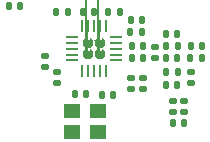
<source format=gbr>
%TF.GenerationSoftware,KiCad,Pcbnew,6.0.11-2627ca5db0~126~ubuntu22.04.1*%
%TF.CreationDate,2023-08-29T09:14:04+02:00*%
%TF.ProjectId,CC1101_868MHz_RF_Modul_FUEL4EP,43433131-3031-45f3-9836-384d487a5f52,1.2*%
%TF.SameCoordinates,Original*%
%TF.FileFunction,Paste,Top*%
%TF.FilePolarity,Positive*%
%FSLAX46Y46*%
G04 Gerber Fmt 4.6, Leading zero omitted, Abs format (unit mm)*
G04 Created by KiCad (PCBNEW 6.0.11-2627ca5db0~126~ubuntu22.04.1) date 2023-08-29 09:14:04*
%MOMM*%
%LPD*%
G01*
G04 APERTURE LIST*
G04 Aperture macros list*
%AMRoundRect*
0 Rectangle with rounded corners*
0 $1 Rounding radius*
0 $2 $3 $4 $5 $6 $7 $8 $9 X,Y pos of 4 corners*
0 Add a 4 corners polygon primitive as box body*
4,1,4,$2,$3,$4,$5,$6,$7,$8,$9,$2,$3,0*
0 Add four circle primitives for the rounded corners*
1,1,$1+$1,$2,$3*
1,1,$1+$1,$4,$5*
1,1,$1+$1,$6,$7*
1,1,$1+$1,$8,$9*
0 Add four rect primitives between the rounded corners*
20,1,$1+$1,$2,$3,$4,$5,0*
20,1,$1+$1,$4,$5,$6,$7,0*
20,1,$1+$1,$6,$7,$8,$9,0*
20,1,$1+$1,$8,$9,$2,$3,0*%
%AMFreePoly0*
4,1,57,0.212378,0.420986,0.217091,0.421320,0.219625,0.419936,0.226195,0.418983,0.252737,0.401845,0.280456,0.386701,0.386701,0.280456,0.400367,0.262155,0.403938,0.259056,0.404751,0.256283,0.408722,0.250966,0.415371,0.220084,0.424264,0.189771,0.424264,-0.189771,0.420986,-0.212378,0.421320,-0.217092,0.419935,-0.219626,0.418983,-0.226195,0.401847,-0.252734,0.386701,-0.280456,
0.280456,-0.386701,0.262155,-0.400367,0.259056,-0.403938,0.256283,-0.404751,0.250966,-0.408722,0.220084,-0.415371,0.189771,-0.424264,-0.189771,-0.424264,-0.212378,-0.420986,-0.217092,-0.421320,-0.219626,-0.419935,-0.226195,-0.418983,-0.252734,-0.401847,-0.280456,-0.386701,-0.386701,-0.280456,-0.400367,-0.262155,-0.403938,-0.259056,-0.404751,-0.256283,-0.408722,-0.250966,-0.415371,-0.220084,
-0.424264,-0.189771,-0.424264,0.189771,-0.420986,0.212378,-0.421320,0.217091,-0.419936,0.219625,-0.418983,0.226195,-0.401845,0.252737,-0.386701,0.280456,-0.280456,0.386701,-0.262155,0.400367,-0.259056,0.403938,-0.256283,0.404751,-0.250966,0.408722,-0.220084,0.415371,-0.189771,0.424264,0.189771,0.424264,0.212378,0.420986,0.212378,0.420986,$1*%
G04 Aperture macros list end*
%ADD10RoundRect,0.147500X-0.147500X-0.172500X0.147500X-0.172500X0.147500X0.172500X-0.147500X0.172500X0*%
%ADD11RoundRect,0.140000X0.140000X0.170000X-0.140000X0.170000X-0.140000X-0.170000X0.140000X-0.170000X0*%
%ADD12RoundRect,0.140000X-0.140000X-0.170000X0.140000X-0.170000X0.140000X0.170000X-0.140000X0.170000X0*%
%ADD13RoundRect,0.147500X-0.172500X0.147500X-0.172500X-0.147500X0.172500X-0.147500X0.172500X0.147500X0*%
%ADD14RoundRect,0.140000X0.170000X-0.140000X0.170000X0.140000X-0.170000X0.140000X-0.170000X-0.140000X0*%
%ADD15RoundRect,0.140000X-0.170000X0.140000X-0.170000X-0.140000X0.170000X-0.140000X0.170000X0.140000X0*%
%ADD16RoundRect,0.135000X0.135000X0.185000X-0.135000X0.185000X-0.135000X-0.185000X0.135000X-0.185000X0*%
%ADD17R,1.400000X1.200000*%
%ADD18FreePoly0,0.000000*%
%ADD19RoundRect,0.062500X-0.425000X-0.062500X0.425000X-0.062500X0.425000X0.062500X-0.425000X0.062500X0*%
%ADD20RoundRect,0.062500X-0.062500X-0.425000X0.062500X-0.425000X0.062500X0.425000X-0.062500X0.425000X0*%
G04 APERTURE END LIST*
D10*
%TO.C,L1*%
X11794000Y8892800D03*
X12764000Y8892800D03*
%TD*%
D11*
%TO.C,C14*%
X8608000Y11811000D03*
X7648000Y11811000D03*
%TD*%
D10*
%TO.C,L7*%
X15263000Y2413000D03*
X16233000Y2413000D03*
%TD*%
%TO.C,L3*%
X14695600Y6731400D03*
X15665600Y6731400D03*
%TD*%
%TO.C,L2*%
X11794000Y7902800D03*
X12764000Y7902800D03*
%TD*%
D11*
%TO.C,C5*%
X17704200Y7925200D03*
X16744200Y7925200D03*
%TD*%
D12*
%TO.C,C3*%
X14680600Y5613800D03*
X15640600Y5613800D03*
%TD*%
D13*
%TO.C,L6*%
X16750000Y6735000D03*
X16750000Y5765000D03*
%TD*%
D14*
%TO.C,C2*%
X13729000Y7904800D03*
X13729000Y8864800D03*
%TD*%
%TO.C,C7*%
X16200000Y3330000D03*
X16200000Y4290000D03*
%TD*%
D15*
%TO.C,C16*%
X5435600Y6728400D03*
X5435600Y5768400D03*
%TD*%
D16*
%TO.C,R1*%
X10797000Y11811000D03*
X9777000Y11811000D03*
%TD*%
D15*
%TO.C,C15*%
X11725000Y6230000D03*
X11725000Y5270000D03*
%TD*%
%TO.C,C17*%
X12725000Y6230000D03*
X12725000Y5270000D03*
%TD*%
D10*
%TO.C,L4*%
X14695600Y8966600D03*
X15665600Y8966600D03*
%TD*%
D17*
%TO.C,Y1*%
X6723200Y1690000D03*
X8923200Y1690000D03*
X8923200Y3390000D03*
X6723200Y3390000D03*
%TD*%
D15*
%TO.C,C13*%
X4470400Y8113600D03*
X4470400Y7153600D03*
%TD*%
D12*
%TO.C,C10*%
X5393000Y11811000D03*
X6353000Y11811000D03*
%TD*%
%TO.C,C4*%
X14680600Y7899800D03*
X15640600Y7899800D03*
%TD*%
D10*
%TO.C,FB1*%
X1340000Y12275000D03*
X2310000Y12275000D03*
%TD*%
D12*
%TO.C,C12*%
X11670000Y11150000D03*
X12630000Y11150000D03*
%TD*%
D10*
%TO.C,L5*%
X16759200Y8941200D03*
X17729200Y8941200D03*
%TD*%
D12*
%TO.C,C11*%
X11645000Y10125000D03*
X12605000Y10125000D03*
%TD*%
%TO.C,C8*%
X6936800Y4826000D03*
X7896800Y4826000D03*
%TD*%
%TO.C,C1*%
X14680600Y9982600D03*
X15640600Y9982600D03*
%TD*%
D14*
%TO.C,C6*%
X15240000Y3330000D03*
X15240000Y4290000D03*
%TD*%
D11*
%TO.C,C9*%
X10205000Y4801000D03*
X9245000Y4801000D03*
%TD*%
D18*
%TO.C,U1*%
X8104000Y8227800D03*
X8104000Y9177800D03*
X9054000Y8227800D03*
X9054000Y9177800D03*
D19*
X6691500Y9702800D03*
X6691500Y9202800D03*
X6691500Y8702800D03*
X6691500Y8202800D03*
X6691500Y7702800D03*
D20*
X7579000Y6815300D03*
X8079000Y6815300D03*
X8579000Y6815300D03*
X9079000Y6815300D03*
X9579000Y6815300D03*
D19*
X10466500Y7702800D03*
X10466500Y8202800D03*
X10466500Y8702800D03*
X10466500Y9202800D03*
X10466500Y9702800D03*
D20*
X9579000Y10590300D03*
X9079000Y10590300D03*
X8579000Y10590300D03*
X8079000Y10590300D03*
X7579000Y10590300D03*
%TD*%
M02*

</source>
